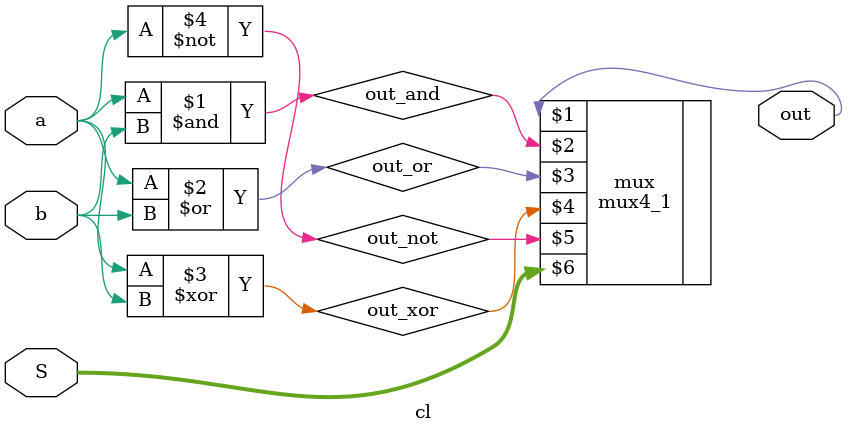
<source format=v>
module cl(output wire out, input wire a, b, input wire [1:0] S);

  wire out_and, out_or, out_xor, out_not;

  and and1(out_and, a, b);
  or or1(out_or, a, b);
  xor xor1(out_xor, a, b);
  not not1(out_not, a);
  
  mux4_1 mux(out, out_and, out_or, out_xor, out_not, S);

endmodule
</source>
